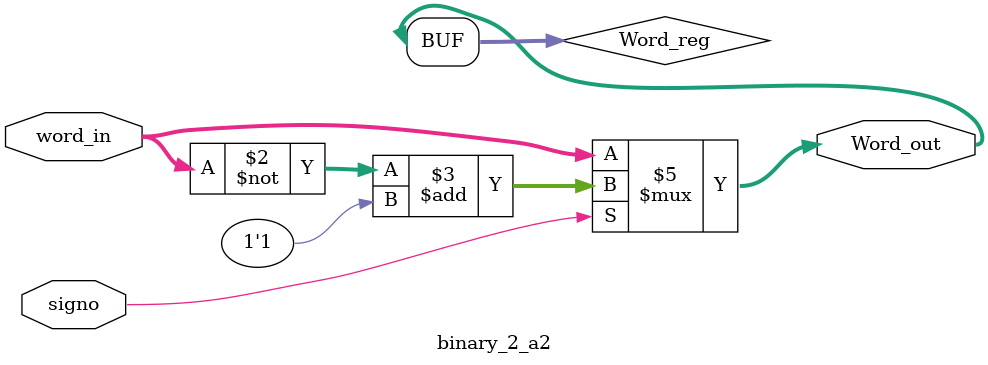
<source format=sv>
 module binary_2_a2
 #(parameter word_lenght = 8)
(
	// Input Ports
	input [word_lenght-1:0]word_in,
	input signo,

	// Output Ports
	output [word_lenght-1:0] Word_out
);
	bit [word_lenght-1:0] Word_reg;


	always_comb 
	begin
		if(signo)
			Word_reg = (~word_in)+1'b1;
		else
			Word_reg = word_in;
	end
	
	//Asignación de salidas
	assign Word_out = Word_reg;
	
endmodule


</source>
